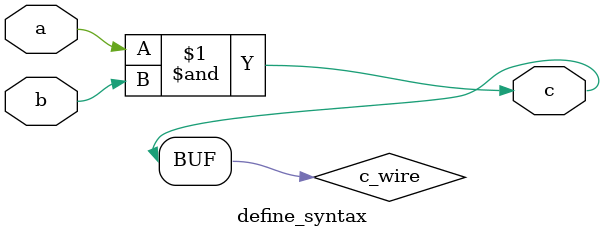
<source format=v>



// decide if this is an and or an or module
// if neither it should be a xor
`define and_module
//`define or_module


module define_syntax (a,b,c);
	
	input a;
	input b;
	output c;
	wire c_wire;
	assign c = c_wire;
	
	`ifdef and_module
		assign c_wire = a & b;
	`elsif or_module
		assign c_wire = a | b;
	`else
		assign c_wire = a ^ b;
	`endif
	
endmodule
	
	
	
	
	
</source>
